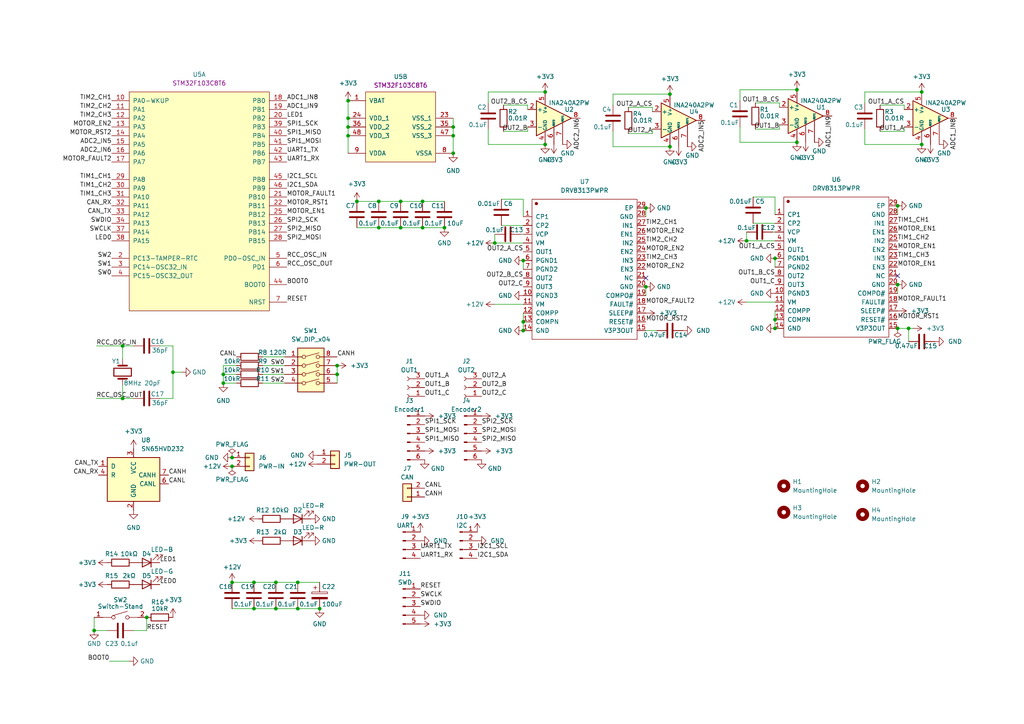
<source format=kicad_sch>
(kicad_sch (version 20230121) (generator eeschema)
  (paper "A4")
  (junction (at 100.965 34.29))
  (junction (at 97.79 108.585))
  (junction (at 260.35 59.69))
  (junction (at 116.205 66.04))
  (junction (at 260.35 95.25))
  (junction (at 100.965 39.37))
  (junction (at 86.36 168.91))
  (junction (at 73.66 168.91))
  (junction (at 86.36 176.53))
  (junction (at 73.66 176.53))
  (junction (at 151.765 93.345))
  (junction (at 194.31 27.305))
  (junction (at 216.535 69.85))
  (junction (at 194.31 42.545))
  (junction (at 187.325 60.325))
  (junction (at 128.905 66.04))
  (junction (at 260.35 82.55))
  (junction (at 116.205 58.42))
  (junction (at 35.56 100.33))
  (junction (at 67.31 135.255))
  (junction (at 42.545 179.07))
  (junction (at 50.165 107.95))
  (junction (at 267.335 26.67))
  (junction (at 109.855 66.04))
  (junction (at 97.79 106.045))
  (junction (at 224.79 74.93))
  (junction (at 224.79 95.25))
  (junction (at 109.855 58.42))
  (junction (at 231.14 26.035))
  (junction (at 64.77 108.585))
  (junction (at 158.115 41.91))
  (junction (at 67.31 132.715))
  (junction (at 131.445 39.37))
  (junction (at 80.01 176.53))
  (junction (at 103.505 58.42))
  (junction (at 187.325 83.185))
  (junction (at 64.77 111.125))
  (junction (at 267.335 41.91))
  (junction (at 100.965 36.83))
  (junction (at 80.01 168.91))
  (junction (at 151.765 75.565))
  (junction (at 122.555 58.42))
  (junction (at 131.445 44.45))
  (junction (at 151.765 95.885))
  (junction (at 224.79 92.71))
  (junction (at 131.445 36.83))
  (junction (at 100.965 29.21))
  (junction (at 35.56 115.57))
  (junction (at 122.555 66.04))
  (junction (at 143.51 70.485))
  (junction (at 92.71 176.53))
  (junction (at 231.14 41.275))
  (junction (at 27.305 182.88))
  (junction (at 263.525 95.25))
  (junction (at 67.31 168.91))
  (junction (at 158.115 26.67))
  (no_connect (at 187.325 80.645))
  (no_connect (at 260.35 80.01))
  (wire (pts (xy 177.8 42.545) (xy 177.8 38.1)))
  (wire (pts (xy 189.23 38.735) (xy 189.23 37.465)))
  (wire (pts (xy 250.825 41.91) (xy 250.825 37.465)))
  (wire (pts (xy 146.05 30.48) (xy 153.035 30.48)))
  (wire (pts (xy 187.325 60.325) (xy 187.325 62.865)))
  (wire (pts (xy 116.205 58.42) (xy 122.555 58.42)))
  (wire (pts (xy 103.505 66.04) (xy 109.855 66.04)))
  (wire (pts (xy 100.965 39.37) (xy 100.965 44.45)))
  (wire (pts (xy 50.165 115.57) (xy 46.355 115.57)))
  (wire (pts (xy 80.01 168.91) (xy 86.36 168.91)))
  (wire (pts (xy 224.79 57.15) (xy 218.44 57.15)))
  (wire (pts (xy 38.735 100.33) (xy 35.56 100.33)))
  (wire (pts (xy 153.035 38.1) (xy 153.035 36.83)))
  (wire (pts (xy 143.51 67.945) (xy 143.51 70.485)))
  (wire (pts (xy 131.445 36.83) (xy 131.445 39.37)))
  (wire (pts (xy 250.825 26.67) (xy 250.825 29.845)))
  (wire (pts (xy 73.66 176.53) (xy 80.01 176.53)))
  (wire (pts (xy 145.415 65.405) (xy 151.765 65.405)))
  (wire (pts (xy 52.705 107.95) (xy 50.165 107.95)))
  (wire (pts (xy 231.14 26.035) (xy 214.63 26.035)))
  (wire (pts (xy 177.8 27.305) (xy 177.8 30.48)))
  (wire (pts (xy 262.255 30.48) (xy 262.255 31.75)))
  (wire (pts (xy 216.535 69.85) (xy 224.79 69.85)))
  (wire (pts (xy 35.56 115.57) (xy 27.94 115.57)))
  (wire (pts (xy 76.2 103.505) (xy 82.55 103.505)))
  (wire (pts (xy 76.2 111.125) (xy 82.55 111.125)))
  (wire (pts (xy 103.505 58.42) (xy 109.855 58.42)))
  (wire (pts (xy 42.545 182.88) (xy 42.545 179.07)))
  (wire (pts (xy 224.79 62.23) (xy 224.79 57.15)))
  (wire (pts (xy 158.115 26.67) (xy 141.605 26.67)))
  (wire (pts (xy 260.35 95.25) (xy 263.525 95.25)))
  (wire (pts (xy 50.165 107.95) (xy 50.165 115.57)))
  (wire (pts (xy 35.56 115.57) (xy 38.735 115.57)))
  (wire (pts (xy 231.14 41.275) (xy 214.63 41.275)))
  (wire (pts (xy 35.56 100.33) (xy 35.56 104.14)))
  (wire (pts (xy 219.075 37.465) (xy 226.06 37.465)))
  (wire (pts (xy 80.01 176.53) (xy 86.36 176.53)))
  (wire (pts (xy 122.555 66.04) (xy 128.905 66.04)))
  (wire (pts (xy 267.335 41.91) (xy 250.825 41.91)))
  (wire (pts (xy 131.445 39.37) (xy 131.445 44.45)))
  (wire (pts (xy 64.77 111.125) (xy 68.58 111.125)))
  (wire (pts (xy 38.735 182.88) (xy 42.545 182.88)))
  (wire (pts (xy 116.205 66.04) (xy 122.555 66.04)))
  (wire (pts (xy 224.79 92.71) (xy 224.79 95.25)))
  (wire (pts (xy 226.06 37.465) (xy 226.06 36.195)))
  (wire (pts (xy 109.855 58.42) (xy 116.205 58.42)))
  (wire (pts (xy 151.13 67.945) (xy 151.765 67.945)))
  (wire (pts (xy 224.155 67.31) (xy 224.79 67.31)))
  (wire (pts (xy 141.605 26.67) (xy 141.605 29.845)))
  (wire (pts (xy 97.79 108.585) (xy 97.79 111.125)))
  (wire (pts (xy 214.63 26.035) (xy 214.63 29.21)))
  (wire (pts (xy 219.075 29.845) (xy 226.06 29.845)))
  (wire (pts (xy 189.23 31.115) (xy 189.23 32.385)))
  (wire (pts (xy 64.77 106.045) (xy 64.77 108.585)))
  (wire (pts (xy 67.31 168.91) (xy 73.66 168.91)))
  (wire (pts (xy 27.305 182.88) (xy 27.305 179.07)))
  (wire (pts (xy 224.79 90.17) (xy 224.79 92.71)))
  (wire (pts (xy 153.035 30.48) (xy 153.035 31.75)))
  (wire (pts (xy 100.965 29.21) (xy 100.965 34.29)))
  (wire (pts (xy 97.79 106.045) (xy 97.79 108.585)))
  (wire (pts (xy 218.44 64.77) (xy 224.79 64.77)))
  (wire (pts (xy 31.75 191.77) (xy 37.465 191.77)))
  (wire (pts (xy 86.36 176.53) (xy 92.71 176.53)))
  (wire (pts (xy 76.2 106.045) (xy 82.55 106.045)))
  (wire (pts (xy 151.765 90.805) (xy 151.765 93.345)))
  (wire (pts (xy 182.245 38.735) (xy 189.23 38.735)))
  (wire (pts (xy 35.56 111.76) (xy 35.56 115.57)))
  (wire (pts (xy 64.77 111.125) (xy 64.77 108.585)))
  (wire (pts (xy 31.115 182.88) (xy 27.305 182.88)))
  (wire (pts (xy 151.765 57.785) (xy 145.415 57.785)))
  (wire (pts (xy 76.2 108.585) (xy 82.55 108.585)))
  (wire (pts (xy 260.35 82.55) (xy 260.35 85.09)))
  (wire (pts (xy 146.05 38.1) (xy 153.035 38.1)))
  (wire (pts (xy 131.445 34.29) (xy 131.445 36.83)))
  (wire (pts (xy 143.51 88.265) (xy 151.765 88.265)))
  (wire (pts (xy 187.325 95.885) (xy 190.5 95.885)))
  (wire (pts (xy 67.31 176.53) (xy 73.66 176.53)))
  (wire (pts (xy 255.27 30.48) (xy 262.255 30.48)))
  (wire (pts (xy 46.355 100.33) (xy 50.165 100.33)))
  (wire (pts (xy 216.535 87.63) (xy 224.79 87.63)))
  (wire (pts (xy 100.965 34.29) (xy 100.965 36.83)))
  (wire (pts (xy 50.165 100.33) (xy 50.165 107.95)))
  (wire (pts (xy 214.63 41.275) (xy 214.63 36.83)))
  (wire (pts (xy 151.765 62.865) (xy 151.765 57.785)))
  (wire (pts (xy 143.51 70.485) (xy 151.765 70.485)))
  (wire (pts (xy 267.335 26.67) (xy 250.825 26.67)))
  (wire (pts (xy 141.605 41.91) (xy 141.605 37.465)))
  (wire (pts (xy 64.77 108.585) (xy 68.58 108.585)))
  (wire (pts (xy 194.31 42.545) (xy 177.8 42.545)))
  (wire (pts (xy 73.66 168.91) (xy 80.01 168.91)))
  (wire (pts (xy 262.255 38.1) (xy 262.255 36.83)))
  (wire (pts (xy 260.35 59.69) (xy 260.35 62.23)))
  (wire (pts (xy 151.765 75.565) (xy 151.765 78.105)))
  (wire (pts (xy 187.325 83.185) (xy 187.325 85.725)))
  (wire (pts (xy 226.06 29.845) (xy 226.06 31.115)))
  (wire (pts (xy 68.58 106.045) (xy 64.77 106.045)))
  (wire (pts (xy 255.27 38.1) (xy 262.255 38.1)))
  (wire (pts (xy 109.855 66.04) (xy 116.205 66.04)))
  (wire (pts (xy 86.36 168.91) (xy 92.71 168.91)))
  (wire (pts (xy 35.56 100.33) (xy 27.94 100.33)))
  (wire (pts (xy 194.31 27.305) (xy 177.8 27.305)))
  (wire (pts (xy 182.245 31.115) (xy 189.23 31.115)))
  (wire (pts (xy 263.525 95.25) (xy 263.525 99.06)))
  (wire (pts (xy 216.535 67.31) (xy 216.535 69.85)))
  (wire (pts (xy 158.115 41.91) (xy 141.605 41.91)))
  (wire (pts (xy 151.765 93.345) (xy 151.765 95.885)))
  (wire (pts (xy 100.965 36.83) (xy 100.965 39.37)))
  (wire (pts (xy 122.555 58.42) (xy 128.905 58.42)))
  (wire (pts (xy 263.525 95.25) (xy 264.795 95.25)))
  (wire (pts (xy 224.79 74.93) (xy 224.79 77.47)))
  (label "ADC2_IN5" (at 32.385 41.91 180))
  (label "SPI2_MISO" (at 139.7 128.27 0))
  (label "TIM2_CH2" (at 187.325 70.485 0))
  (label "RCC_OSC_IN" (at 27.94 100.33 0))
  (label "SWCLK" (at 32.385 67.31 180))
  (label "UART1_TX" (at 83.185 44.45 0))
  (label "OUT2_A_CS" (at 151.765 73.025 180))
  (label "SPI2_MOSI" (at 83.185 69.85 0))
  (label "MOTOR_FAULT1" (at 260.35 87.63 0))
  (label "OUT2_B" (at 153.035 38.1 180))
  (label "TIM1_CH1" (at 32.385 52.07 180))
  (label "UART1_TX" (at 121.92 159.385 0))
  (label "I2C1_SCL" (at 83.185 52.07 0))
  (label "CANH" (at 123.19 144.145 0))
  (label "MOTOR_RST1" (at 260.35 92.71 0))
  (label "LED1" (at 46.355 163.195 0))
  (label "ADC1_IN8" (at 83.185 29.21 0))
  (label "MOTOR_EN2" (at 187.325 78.105 0))
  (label "OUT1_B_CS" (at 224.79 80.01 180))
  (label "RESET" (at 121.92 170.815 0))
  (label "OUT2_C" (at 151.765 83.185 180))
  (label "MOTOR_FAULT1" (at 83.185 57.15 0))
  (label "RESET" (at 42.545 182.88 0))
  (label "BOOT0" (at 83.185 82.55 0))
  (label "SPI2_MOSI" (at 139.7 125.73 0))
  (label "CANH" (at 48.895 137.795 0))
  (label "OUT1_B" (at 123.19 112.395 0))
  (label "OUT2_C" (at 139.7 114.935 0))
  (label "CANL" (at 48.895 140.335 0))
  (label "SPI2_MISO" (at 83.185 67.31 0))
  (label "TIM2_CH1" (at 32.385 29.21 180))
  (label "ADC2_IN5" (at 204.47 34.925 270))
  (label "SPI2_SCK" (at 83.185 64.77 0))
  (label "MOTOR_EN2" (at 187.325 73.025 0))
  (label "MOTOR_FAULT2" (at 32.385 46.99 180))
  (label "CAN_RX" (at 28.575 137.795 180))
  (label "OUT2_A" (at 189.23 38.735 180))
  (label "RCC_OSC_OUT" (at 83.185 77.47 0))
  (label "SW1" (at 32.385 77.47 180))
  (label "OUT2_A_CS" (at 189.23 31.115 180))
  (label "ADC2_IN6" (at 168.275 34.29 270))
  (label "OUT1_B_CS" (at 226.06 29.845 180))
  (label "TIM2_CH2" (at 32.385 31.75 180))
  (label "TIM1_CH1" (at 260.35 64.77 0))
  (label "MOTOR_EN2" (at 187.325 67.945 0))
  (label "SWCLK" (at 121.92 173.355 0))
  (label "MOTOR_EN1" (at 260.35 67.31 0))
  (label "OUT2_B_CS" (at 153.035 30.48 180))
  (label "OUT2_B_CS" (at 151.765 80.645 180))
  (label "MOTOR_EN1" (at 83.185 62.23 0))
  (label "MOTOR_FAULT2" (at 187.325 88.265 0))
  (label "TIM1_CH3" (at 260.35 74.93 0))
  (label "SW0" (at 32.385 80.01 180))
  (label "SPI1_MISO" (at 123.19 128.27 0))
  (label "MOTOR_RST2" (at 32.385 39.37 180))
  (label "TIM2_CH3" (at 32.385 34.29 180))
  (label "MOTOR_EN1" (at 260.35 72.39 0))
  (label "CAN_TX" (at 28.575 135.255 180))
  (label "TIM1_CH2" (at 32.385 54.61 180))
  (label "RESET" (at 83.185 87.63 0))
  (label "TIM2_CH1" (at 187.325 65.405 0))
  (label "SPI1_MOSI" (at 83.185 41.91 0))
  (label "SW1" (at 82.55 108.585 180))
  (label "SPI1_MISO" (at 83.185 39.37 0))
  (label "OUT1_A_CS" (at 262.255 30.48 180))
  (label "OUT1_A_CS" (at 224.79 72.39 180))
  (label "SW0" (at 82.55 106.045 180))
  (label "I2C1_SDA" (at 138.43 161.925 0))
  (label "BOOT0" (at 31.75 191.77 180))
  (label "CAN_RX" (at 32.385 59.69 180))
  (label "SW2" (at 82.55 111.125 180))
  (label "OUT2_B" (at 139.7 112.395 0))
  (label "CANH" (at 97.79 103.505 0))
  (label "SPI1_SCK" (at 123.19 123.19 0))
  (label "UART1_RX" (at 121.92 161.925 0))
  (label "SW2" (at 32.385 74.93 180))
  (label "ADC1_IN9" (at 83.185 31.75 0))
  (label "MOTOR_RST2" (at 187.325 93.345 0))
  (label "ADC1_IN9" (at 241.3 33.655 270))
  (label "ADC1_IN8" (at 277.495 34.29 270))
  (label "OUT1_C" (at 123.19 114.935 0))
  (label "SWDIO" (at 121.92 175.895 0))
  (label "LED1" (at 83.185 34.29 0))
  (label "TIM1_CH3" (at 32.385 57.15 180))
  (label "TIM1_CH2" (at 260.35 69.85 0))
  (label "OUT1_B" (at 226.06 37.465 180))
  (label "RCC_OSC_OUT" (at 27.94 115.57 0))
  (label "SPI1_SCK" (at 83.185 36.83 0))
  (label "I2C1_SDA" (at 83.185 54.61 0))
  (label "SPI1_MOSI" (at 123.19 125.73 0))
  (label "OUT2_A" (at 139.7 109.855 0))
  (label "CANL" (at 123.19 141.605 0))
  (label "RCC_OSC_IN" (at 83.185 74.93 0))
  (label "OUT1_C" (at 224.79 82.55 180))
  (label "MOTOR_EN2" (at 32.385 36.83 180))
  (label "CAN_TX" (at 32.385 62.23 180))
  (label "MOTOR_RST1" (at 83.185 59.69 0))
  (label "I2C1_SCL" (at 138.43 159.385 0))
  (label "LED0" (at 46.355 169.545 0))
  (label "OUT1_A" (at 123.19 109.855 0))
  (label "UART1_RX" (at 83.185 46.99 0))
  (label "SPI2_SCK" (at 139.7 123.19 0))
  (label "OUT1_A" (at 262.255 38.1 180))
  (label "LED0" (at 32.385 69.85 180))
  (label "MOTOR_EN1" (at 260.35 77.47 0))
  (label "ADC2_IN6" (at 32.385 44.45 180))
  (label "CANL" (at 68.58 103.505 180))
  (label "TIM2_CH3" (at 187.325 75.565 0))
  (label "SWDIO" (at 32.385 64.77 180))
  (symbol (lib_id "power:GND") (at 187.325 83.185 90) (unit 1)
    (property "Reference" "#PWR029" (effects hide))
    (property "Value" "GND" (at 190.5 83.185 90) (effects (justify right)))
  )
  (symbol (lib_id "Mechanical:MountingHole") (at 250.19 140.97 0) (unit 1)
    (property "Reference" "H2" (at 252.73 139.7 0) (effects (justify left)))
    (property "Value" "MountingHole" (at 252.73 142.24 0) (effects (justify left)))
    (property "Footprint" "MountingHole:MountingHole_3mm" (effects hide))
  )
  (symbol (lib_id "power:GND") (at 92.71 176.53 0) (unit 1)
    (property "Reference" "#PWR067" (effects hide))
    (property "Value" "GND" (at 92.71 180.975 0))
  )
  (symbol (lib_id "power:+3V3") (at 31.115 169.545 90) (unit 1)
    (property "Reference" "#PWR066" (effects hide))
    (property "Value" "+3V3" (at 27.94 169.545 90) (effects (justify left)))
  )
  (symbol (lib_id "Connector_Generic:Conn_01x02") (at 118.11 144.145 180) (unit 1)
    (property "Reference" "J7" (at 118.11 135.89 0))
    (property "Value" "CAN" (at 118.11 138.43 0))
    (property "Footprint" "Connector_JST:JST_GH_BM02B-GHS-TBT_1x02-1MP_P1.25mm_Vertical" (effects hide))
  )
  (symbol (lib_id "power:GND") (at 121.92 156.845 90) (unit 1)
    (property "Reference" "#PWR062" (effects hide))
    (property "Value" "GND" (at 125.73 156.845 90) (effects (justify right)))
  )
  (symbol (lib_id "power:+3V3") (at 138.43 154.305 0) (unit 1)
    (property "Reference" "#PWR059" (effects hide))
    (property "Value" "+3V3" (at 138.43 149.86 0))
  )
  (symbol (lib_id "power:GND") (at 224.79 85.09 270) (unit 1)
    (property "Reference" "#PWR030" (effects hide))
    (property "Value" "GND" (at 221.615 85.09 90) (effects (justify right)))
  )
  (symbol (lib_id "power:GND") (at 151.765 75.565 270) (unit 1)
    (property "Reference" "#PWR026" (effects hide))
    (property "Value" "GND" (at 148.59 75.565 90) (effects (justify right)))
  )
  (symbol (lib_id "Device:C") (at 218.44 60.96 0) (unit 1)
    (property "Reference" "C5" (at 219.075 58.42 0) (effects (justify left)))
    (property "Value" "0.01uF" (at 211.455 58.42 0) (effects (justify left)))
    (property "Footprint" "Capacitor_SMD:C_0603_1608Metric" (effects hide))
  )
  (symbol (lib_id "power:+3V3") (at 187.325 90.805 270) (unit 1)
    (property "Reference" "#PWR035" (effects hide))
    (property "Value" "+3V3" (at 191.135 90.805 90) (effects (justify left)))
  )
  (symbol (lib_id "power:+3V3") (at 264.795 95.25 270) (unit 1)
    (property "Reference" "#PWR037" (effects hide))
    (property "Value" "+3V3" (at 268.605 95.25 90) (effects (justify left)))
  )
  (symbol (lib_id "Amplifier_Current:INA240A2PW") (at 233.68 33.655 0) (unit 1)
    (property "Reference" "U1" (at 238.125 31.115 0))
    (property "Value" "INA240A2PW" (at 238.125 29.21 0))
    (property "Footprint" "Package_SO:TSSOP-8_4.4x3mm_P0.65mm" (effects hide))
    (property "Datasheet" "http://www.ti.com/lit/ds/symlink/ina240.pdf" (effects hide))
  )
  (symbol (lib_id "Connector:Conn_01x06_Pin") (at 134.62 125.73 0) (unit 1)
    (property "Reference" "J4" (at 135.255 116.205 0))
    (property "Value" "Encoder2" (at 135.255 118.745 0))
    (property "Footprint" "Connector_JST:JST_GH_BM06B-GHS-TBT_1x06-1MP_P1.25mm_Vertical" (effects hide))
  )
  (symbol (lib_id "Device:R") (at 78.74 150.495 90) (unit 1)
    (property "Reference" "R12" (at 76.2 147.955 90))
    (property "Value" "10kΩ" (at 81.28 147.955 90))
    (property "Footprint" "Resistor_SMD:R_0603_1608Metric" (effects hide))
  )
  (symbol (lib_id "power:+12V") (at 143.51 70.485 90) (unit 1)
    (property "Reference" "#PWR024" (effects hide))
    (property "Value" "+12V" (at 140.335 70.485 90) (effects (justify left)))
  )
  (symbol (lib_id "power:+3V3") (at 260.35 90.17 270) (unit 1)
    (property "Reference" "#PWR034" (effects hide))
    (property "Value" "+3V3" (at 264.16 90.17 90) (effects (justify left)))
  )
  (symbol (lib_id "Mechanical:MountingHole") (at 250.19 149.225 0) (unit 1)
    (property "Reference" "H4" (at 252.73 147.955 0) (effects (justify left)))
    (property "Value" "MountingHole" (at 252.73 150.495 0) (effects (justify left)))
    (property "Footprint" "MountingHole:MountingHole_3mm" (effects hide))
  )
  (symbol (lib_id "Device:C") (at 73.66 172.72 180) (unit 1)
    (property "Reference" "C19" (at 71.755 170.18 0))
    (property "Value" "0.1uF" (at 76.835 175.26 0))
    (property "Footprint" "Capacitor_SMD:C_0603_1608Metric" (effects hide))
  )
  (symbol (lib_id "Connector_Generic:Conn_01x02") (at 97.155 132.08 0) (unit 1)
    (property "Reference" "J5" (at 99.695 132.08 0) (effects (justify left)))
    (property "Value" "PWR-OUT" (at 99.695 134.62 0) (effects (justify left)))
    (property "Footprint" "Connector_AMASS:AMASS_XT30UPB-F_1x02_P5.0mm_Vertical" (effects hide))
  )
  (symbol (lib_id "Connector:Conn_01x03_Socket") (at 118.11 112.395 180) (unit 1)
    (property "Reference" "J1" (at 118.745 104.775 0))
    (property "Value" "OUT1" (at 118.745 107.315 0))
    (property "Footprint" "Connector_AMASS:AMASS_MR30PW-FB_1x03_P3.50mm_Horizontal" (effects hide))
  )
  (symbol (lib_id "Device:C") (at 86.36 172.72 180) (unit 1)
    (property "Reference" "C21" (at 84.455 170.18 0))
    (property "Value" "0.1uF" (at 89.535 175.26 0))
    (property "Footprint" "Capacitor_SMD:C_0603_1608Metric" (effects hide))
  )
  (symbol (lib_id "power:+3V3") (at 194.31 27.305 0) (unit 1)
    (property "Reference" "#PWR04" (effects hide))
    (property "Value" "+3V3" (at 194.31 22.86 0))
  )
  (symbol (lib_id "Device:C") (at 80.01 172.72 180) (unit 1)
    (property "Reference" "C20" (at 78.105 170.18 0))
    (property "Value" "0.1uF" (at 83.185 175.26 0))
    (property "Footprint" "Capacitor_SMD:C_0603_1608Metric" (effects hide))
  )
  (symbol (lib_id "Device:C") (at 147.32 67.945 90) (unit 1)
    (property "Reference" "C13" (at 149.86 66.675 90))
    (property "Value" "0.1uF" (at 143.51 66.675 90))
    (property "Footprint" "Capacitor_SMD:C_0603_1608Metric" (effects hide))
  )
  (symbol (lib_id "power:PWR_FLAG") (at 67.31 135.255 180) (unit 1)
    (property "Reference" "#FLG03" (effects hide))
    (property "Value" "PWR_FLAG" (at 67.31 139.065 0))
  )
  (symbol (lib_id "Device:LED") (at 86.36 156.845 180) (unit 1)
    (property "Reference" "D3" (at 86.36 154.305 0))
    (property "Value" "LED-R" (at 90.805 153.035 0))
    (property "Footprint" "LED_SMD:LED_0603_1608Metric" (effects hide))
  )
  (symbol (lib_id "power:+3V3") (at 121.92 154.305 0) (unit 1)
    (property "Reference" "#PWR058" (effects hide))
    (property "Value" "+3V3" (at 121.92 149.86 0))
  )
  (symbol (lib_id "power:GND") (at 236.22 41.275 90) (unit 1)
    (property "Reference" "#PWR08" (effects hide))
    (property "Value" "GND" (at 235.585 43.815 90) (effects (justify right)))
  )
  (symbol (lib_id "power:GND") (at 198.12 95.885 90) (unit 1)
    (property "Reference" "#PWR039" (effects hide))
    (property "Value" "GND" (at 201.93 95.885 90) (effects (justify right)))
  )
  (symbol (lib_id "Device:C") (at 267.335 99.06 90) (unit 1)
    (property "Reference" "C15" (at 269.875 100.33 90))
    (property "Value" "0.47uF" (at 262.89 100.33 90))
    (property "Footprint" "Capacitor_SMD:C_0603_1608Metric" (effects hide))
  )
  (symbol (lib_id "power:+3V3") (at 100.965 29.21 0) (unit 1)
    (property "Reference" "#PWR05" (effects hide))
    (property "Value" "+3V3" (at 100.965 24.13 0))
  )
  (symbol (lib_id "Device:R") (at 255.27 34.29 0) (unit 1)
    (property "Reference" "R3" (at 256.54 32.385 0) (effects (justify left)))
    (property "Value" "0.01R" (at 256.54 34.29 0) (effects (justify left)))
    (property "Footprint" "Resistor_SMD:R_1206_3216Metric" (effects hide))
  )
  (symbol (lib_id "Device:C") (at 250.825 33.655 0) (unit 1)
    (property "Reference" "C3" (at 247.65 31.115 0) (effects (justify left)))
    (property "Value" "0.1uF" (at 245.11 36.195 0) (effects (justify left)))
    (property "Footprint" "Capacitor_SMD:C_0603_1608Metric" (effects hide))
  )
  (symbol (lib_id "Device:C") (at 122.555 62.23 180) (unit 1)
    (property "Reference" "C10" (at 120.65 59.69 0))
    (property "Value" "0.1uF" (at 125.73 64.77 0))
    (property "Footprint" "Capacitor_SMD:C_0603_1608Metric" (effects hide))
  )
  (symbol (lib_id "power:GND") (at 90.17 150.495 90) (unit 1)
    (property "Reference" "#PWR057" (effects hide))
    (property "Value" "GND" (at 93.345 150.495 90) (effects (justify right)))
  )
  (symbol (lib_id "power:PWR_FLAG") (at 67.31 132.715 0) (unit 1)
    (property "Reference" "#FLG02" (effects hide))
    (property "Value" "PWR_FLAG" (at 67.31 128.905 0))
  )
  (symbol (lib_id "power:GND") (at 131.445 44.45 0) (unit 1)
    (property "Reference" "#PWR018" (effects hide))
    (property "Value" "GND" (at 131.445 49.53 0))
  )
  (symbol (lib_id "Connector:Conn_01x06_Pin") (at 118.11 125.73 0) (unit 1)
    (property "Reference" "J3" (at 118.745 116.205 0))
    (property "Value" "Encoder1" (at 118.745 118.745 0))
    (property "Footprint" "Connector_JST:JST_GH_BM06B-GHS-TBT_1x06-1MP_P1.25mm_Vertical" (effects hide))
  )
  (symbol (lib_id "Device:C") (at 194.31 95.885 90) (unit 1)
    (property "Reference" "C14" (at 197.485 97.155 90))
    (property "Value" "0.47uF" (at 189.865 97.155 90))
    (property "Footprint" "Capacitor_SMD:C_0603_1608Metric" (effects hide))
  )
  (symbol (lib_id "lc_MCU:STM32F103C8T6") (at 116.205 36.83 0) (unit 2)
    (property "Reference" "U5" (at 116.205 22.225 0))
    (property "Value" "STM32F103C8T6" (effects hide))
    (property "Footprint" "lc_lib:LQFP-48_7X7X05P" (effects hide))
    (property "Datasheet" "http://www.szlcsc.com/product/details_9243.html" (effects hide))
    (property "description" "ARM" (effects hide))
    (property "ComponentLink1Description" "供应商链接" (effects hide))
    (property "Package" "LQFP-48_7x7x05P" (effects hide))
    (property "Supplier" "LC" (effects hide))
    (property "SuppliersPartNumber" "C8734" (effects hide))
    (property "Comment" "STM32F103C8T6" (at 116.205 24.765 0))
  )
  (symbol (lib_id "Device:C") (at 128.905 62.23 180) (unit 1)
    (property "Reference" "C11" (at 127 59.69 0))
    (property "Value" "10uF" (at 132.08 64.77 0))
    (property "Footprint" "Capacitor_SMD:C_0603_1608Metric" (effects hide))
  )
  (symbol (lib_id "Connector:Conn_01x04_Pin") (at 116.84 156.845 0) (unit 1)
    (property "Reference" "J9" (at 117.475 149.86 0))
    (property "Value" "UART" (at 117.475 152.4 0))
    (property "Footprint" "Connector_JST:JST_GH_BM04B-GHS-TBT_1x04-1MP_P1.25mm_Vertical" (effects hide))
  )
  (symbol (lib_id "Amplifier_Current:INA240A2PW") (at 160.655 34.29 0) (unit 1)
    (property "Reference" "U2" (at 165.1 31.75 0))
    (property "Value" "INA240A2PW" (at 165.1 29.845 0))
    (property "Footprint" "Package_SO:TSSOP-8_4.4x3mm_P0.65mm" (effects hide))
    (property "Datasheet" "http://www.ti.com/lit/ds/symlink/ina240.pdf" (effects hide))
  )
  (symbol (lib_id "power:+3V3") (at 269.875 41.91 180) (unit 1)
    (property "Reference" "#PWR013" (effects hide))
    (property "Value" "+3V3" (at 269.875 46.355 0))
  )
  (symbol (lib_id "Mechanical:MountingHole") (at 227.33 148.59 0) (unit 1)
    (property "Reference" "H3" (at 229.87 147.32 0) (effects (justify left)))
    (property "Value" "MountingHole" (at 229.87 149.86 0) (effects (justify left)))
    (property "Footprint" "MountingHole:MountingHole_3mm" (effects hide))
  )
  (symbol (lib_id "Device:R") (at 182.245 34.925 0) (unit 1)
    (property "Reference" "R4" (at 183.515 33.02 0) (effects (justify left)))
    (property "Value" "0.01R" (at 183.515 34.925 0) (effects (justify left)))
    (property "Footprint" "Resistor_SMD:R_1206_3216Metric" (effects hide))
  )
  (symbol (lib_id "Device:R") (at 72.39 111.125 90) (unit 1)
    (property "Reference" "R11" (at 76.2 109.855 90))
    (property "Value" "10kR" (at 67.31 109.855 90))
    (property "Footprint" "Resistor_SMD:R_0603_1608Metric" (effects hide))
  )
  (symbol (lib_id "power:+3V3") (at 97.79 106.045 270) (unit 1)
    (property "Reference" "#PWR041" (effects hide))
    (property "Value" "+3V3" (at 101.6 106.045 90) (effects (justify left)))
  )
  (symbol (lib_id "power:GND") (at 267.335 41.91 0) (unit 1)
    (property "Reference" "#PWR012" (effects hide))
    (property "Value" "GND" (at 267.335 46.355 0))
  )
  (symbol (lib_id "power:GND") (at 38.735 147.955 0) (unit 1)
    (property "Reference" "#PWR055" (effects hide))
    (property "Value" "GND" (at 38.735 153.035 0))
  )
  (symbol (lib_id "Connector_Generic:Conn_01x02") (at 72.39 132.715 0) (unit 1)
    (property "Reference" "J6" (at 74.93 132.715 0) (effects (justify left)))
    (property "Value" "PWR-IN" (at 74.93 135.255 0) (effects (justify left)))
    (property "Footprint" "Connector_AMASS:AMASS_XT30UPB-M_1x02_P5.0mm_Vertical" (effects hide))
  )
  (symbol (lib_id "power:GND") (at 163.195 41.91 90) (unit 1)
    (property "Reference" "#PWR011" (effects hide))
    (property "Value" "GND" (at 162.56 44.45 90) (effects (justify right)))
  )
  (symbol (lib_id "Amplifier_Current:INA240A2PW") (at 269.875 34.29 0) (unit 1)
    (property "Reference" "U3" (at 274.32 31.75 0))
    (property "Value" "INA240A2PW" (at 274.32 29.845 0))
    (property "Footprint" "Package_SO:TSSOP-8_4.4x3mm_P0.65mm" (effects hide))
    (property "Datasheet" "http://www.ti.com/lit/ds/symlink/ina240.pdf" (effects hide))
  )
  (symbol (lib_id "power:GND") (at 260.35 59.69 90) (unit 1)
    (property "Reference" "#PWR020" (effects hide))
    (property "Value" "GND" (at 263.525 59.69 90) (effects (justify right)))
  )
  (symbol (lib_id "lc_MCU:STM32F103C8T6") (at 55.245 59.69 0) (unit 1)
    (property "Reference" "U5" (at 57.785 21.59 0))
    (property "Value" "STM32F103C8T6" (effects hide))
    (property "Footprint" "lc_lib:LQFP-48_7X7X05P" (effects hide))
    (property "Datasheet" "http://www.szlcsc.com/product/details_9243.html" (effects hide))
    (property "description" "ARM" (effects hide))
    (property "ComponentLink1Description" "供应商链接" (effects hide))
    (property "Package" "LQFP-48_7x7x05P" (effects hide))
    (property "Supplier" "LC" (effects hide))
    (property "SuppliersPartNumber" "C8734" (effects hide))
    (property "Comment" "STM32F103C8T6" (at 57.785 24.13 0))
  )
  (symbol (lib_id "Device:C") (at 109.855 62.23 180) (unit 1)
    (property "Reference" "C8" (at 107.95 59.69 0))
    (property "Value" "0.1uF" (at 113.03 64.77 0))
    (property "Footprint" "Capacitor_SMD:C_0603_1608Metric" (effects hide))
  )
  (symbol (lib_id "Device:R") (at 34.925 163.195 90) (unit 1)
    (property "Reference" "R14" (at 32.385 160.655 90))
    (property "Value" "10kΩ" (at 37.465 160.655 90))
    (property "Footprint" "Resistor_SMD:R_0603_1608Metric" (effects hide))
  )
  (symbol (lib_id "Mechanical:MountingHole") (at 227.33 140.97 0) (unit 1)
    (property "Reference" "H1" (at 229.87 139.7 0) (effects (justify left)))
    (property "Value" "MountingHole" (at 229.87 142.24 0) (effects (justify left)))
    (property "Footprint" "MountingHole:MountingHole_3mm" (effects hide))
  )
  (symbol (lib_id "power:+3V3") (at 158.115 26.67 0) (unit 1)
    (property "Reference" "#PWR02" (effects hide))
    (property "Value" "+3V3" (at 158.115 22.225 0))
  )
  (symbol (lib_id "Connector:Conn_01x04_Pin") (at 133.35 156.845 0) (unit 1)
    (property "Reference" "J10" (at 133.985 149.86 0))
    (property "Value" "I2C" (at 133.985 152.4 0))
    (property "Footprint" "Connector_JST:JST_GH_BM04B-GHS-TBT_1x04-1MP_P1.25mm_Vertical" (effects hide))
  )
  (symbol (lib_id "Device:LED") (at 42.545 169.545 180) (unit 1)
    (property "Reference" "D5" (at 42.545 167.005 0))
    (property "Value" "LED-G" (at 46.99 165.735 0))
    (property "Footprint" "LED_SMD:LED_0603_1608Metric" (effects hide))
  )
  (symbol (lib_id "Device:R") (at 78.74 156.845 90) (unit 1)
    (property "Reference" "R13" (at 76.2 154.305 90))
    (property "Value" "2kΩ" (at 81.28 154.305 90))
    (property "Footprint" "Resistor_SMD:R_0603_1608Metric" (effects hide))
  )
  (symbol (lib_id "power:GND") (at 90.17 156.845 90) (unit 1)
    (property "Reference" "#PWR061" (effects hide))
    (property "Value" "GND" (at 93.345 156.845 90) (effects (justify right)))
  )
  (symbol (lib_id "power:GND") (at 272.415 41.91 90) (unit 1)
    (property "Reference" "#PWR014" (effects hide))
    (property "Value" "GND" (at 271.78 44.45 90) (effects (justify right)))
  )
  (symbol (lib_id "power:+3V3") (at 31.115 163.195 90) (unit 1)
    (property "Reference" "#PWR064" (effects hide))
    (property "Value" "+3V3" (at 27.94 163.195 90) (effects (justify left)))
  )
  (symbol (lib_id "power:GND") (at 138.43 156.845 90) (unit 1)
    (property "Reference" "#PWR063" (effects hide))
    (property "Value" "GND" (at 142.24 156.845 90) (effects (justify right)))
  )
  (symbol (lib_id "power:GND") (at 27.305 182.88 0) (unit 1)
    (property "Reference" "#PWR071" (effects hide))
    (property "Value" "GND" (at 27.305 186.69 0))
  )
  (symbol (lib_id "power:+3V3") (at 267.335 26.67 0) (unit 1)
    (property "Reference" "#PWR03" (effects hide))
    (property "Value" "+3V3" (at 267.335 22.225 0))
  )
  (symbol (lib_id "power:GND") (at 158.115 41.91 0) (unit 1)
    (property "Reference" "#PWR09" (effects hide))
    (property "Value" "GND" (at 158.115 46.355 0))
  )
  (symbol (lib_id "Device:LED") (at 86.36 150.495 180) (unit 1)
    (property "Reference" "D2" (at 86.36 147.955 0))
    (property "Value" "LED-R" (at 90.805 146.685 0))
    (property "Footprint" "LED_SMD:LED_0603_1608Metric" (effects hide))
  )
  (symbol (lib_id "Device:LED") (at 42.545 163.195 180) (unit 1)
    (property "Reference" "D4" (at 42.545 160.655 0))
    (property "Value" "LED-B" (at 46.99 159.385 0))
    (property "Footprint" "LED_SMD:LED_0603_1608Metric" (effects hide))
  )
  (symbol (lib_id "power:GND") (at 151.765 95.885 270) (unit 1)
    (property "Reference" "#PWR038" (effects hide))
    (property "Value" "GND" (at 148.59 95.885 90) (effects (justify right)))
  )
  (symbol (lib_id "Device:R") (at 72.39 108.585 90) (unit 1)
    (property "Reference" "R10" (at 76.2 107.315 90))
    (property "Value" "10kR" (at 67.31 107.315 90))
    (property "Footprint" "Resistor_SMD:R_0603_1608Metric" (effects hide))
  )
  (symbol (lib_id "power:GND") (at 67.31 132.715 270) (unit 1)
    (property "Reference" "#PWR050" (effects hide))
    (property "Value" "GND" (at 63.5 132.715 90) (effects (justify right)))
  )
  (symbol (lib_id "power:+3V3") (at 196.85 42.545 180) (unit 1)
    (property "Reference" "#PWR016" (effects hide))
    (property "Value" "+3V3" (at 196.85 46.99 0))
  )
  (symbol (lib_id "power:+3V3") (at 231.14 26.035 0) (unit 1)
    (property "Reference" "#PWR01" (effects hide))
    (property "Value" "+3V3" (at 231.14 21.59 0))
  )
  (symbol (lib_id "power:+3V3") (at 74.93 156.845 90) (unit 1)
    (property "Reference" "#PWR060" (effects hide))
    (property "Value" "+3V3" (at 71.755 156.845 90) (effects (justify left)))
  )
  (symbol (lib_id "power:GND") (at 52.705 107.95 90) (unit 1)
    (property "Reference" "#PWR042" (effects hide))
    (property "Value" "GND" (at 57.785 107.95 90))
  )
  (symbol (lib_id "kicad_lceda:DRV8313PWPR") (at 169.545 78.105 0) (unit 1)
    (property "Reference" "U7" (at 169.545 52.705 0))
    (property "Value" "DRV8313PWPR" (at 169.545 55.245 0))
    (property "Footprint" "kicad_lceda:HTSSOP-28_L9.8-W4.5-P0.65-LS6.6-BL-EP" (effects hide))
    (property "SuppliersPartNumber" "C92482" (effects hide))
    (property "uuid" "std:3ed0da1c2bed4a78869cf1e29555b3a4" (effects hide))
    (property "url" "http://www.szlcsc.com/product/details_93675.html" (effects hide))
  )
  (symbol (lib_id "power:GND") (at 231.14 41.275 0) (unit 1)
    (property "Reference" "#PWR06" (effects hide))
    (property "Value" "GND" (at 231.14 45.72 0))
  )
  (symbol (lib_id "Device:C") (at 116.205 62.23 180) (unit 1)
    (property "Reference" "C9" (at 114.3 59.69 0))
    (property "Value" "0.1uF" (at 119.38 64.77 0))
    (property "Footprint" "Capacitor_SMD:C_0603_1608Metric" (effects hide))
  )
  (symbol (lib_id "power:GND") (at 64.77 111.125 0) (unit 1)
    (property "Reference" "#PWR043" (effects hide))
    (property "Value" "GND" (at 64.77 116.205 0))
  )
  (symbol (lib_id "power:+3V3") (at 121.92 180.975 270) (unit 1)
    (property "Reference" "#PWR070" (effects hide))
    (property "Value" "+3V3" (at 125.73 180.975 90) (effects (justify left)))
  )
  (symbol (lib_id "power:GND") (at 199.39 42.545 90) (unit 1)
    (property "Reference" "#PWR017" (effects hide))
    (property "Value" "GND" (at 198.755 45.085 90) (effects (justify right)))
  )
  (symbol (lib_id "power:GND") (at 92.075 132.08 270) (unit 1)
    (property "Reference" "#PWR049" (effects hide))
    (property "Value" "GND" (at 88.265 132.08 90) (effects (justify right)))
  )
  (symbol (lib_id "power:GND") (at 139.7 133.35 0) (unit 1)
    (property "Reference" "#PWR052" (effects hide))
    (property "Value" "GND" (at 143.51 135.89 0))
  )
  (symbol (lib_id "power:GND") (at 271.145 99.06 90) (unit 1)
    (property "Reference" "#PWR040" (effects hide))
    (property "Value" "GND" (at 274.955 99.06 90) (effects (justify right)))
  )
  (symbol (lib_id "Device:C") (at 145.415 61.595 0) (unit 1)
    (property "Reference" "C6" (at 146.05 59.055 0) (effects (justify left)))
    (property "Value" "0.01uF" (at 138.43 59.055 0) (effects (justify left)))
    (property "Footprint" "Capacitor_SMD:C_0603_1608Metric" (effects hide))
  )
  (symbol (lib_id "power:GND") (at 224.79 95.25 270) (unit 1)
    (property "Reference" "#PWR036" (effects hide))
    (property "Value" "GND" (at 221.615 95.25 90) (effects (justify right)))
  )
  (symbol (lib_id "power:+12V") (at 216.535 69.85 90) (unit 1)
    (property "Reference" "#PWR023" (effects hide))
    (property "Value" "+12V" (at 213.36 69.85 90) (effects (justify left)))
  )
  (symbol (lib_id "power:GND") (at 224.79 74.93 270) (unit 1)
    (property "Reference" "#PWR025" (effects hide))
    (property "Value" "GND" (at 221.615 74.93 90) (effects (justify right)))
  )
  (symbol (lib_id "power:+12V") (at 67.31 168.91 0) (unit 1)
    (property "Reference" "#PWR065" (effects hide))
    (property "Value" "+12V" (at 67.31 164.465 0))
  )
  (symbol (lib_id "power:GND") (at 194.31 42.545 0) (unit 1)
    (property "Reference" "#PWR015" (effects hide))
    (property "Value" "GND" (at 194.31 46.99 0))
  )
  (symbol (lib_id "Device:C") (at 42.545 100.33 270) (unit 1)
    (property "Reference" "C16" (at 47.625 99.06 90) (effects (justify right)))
    (property "Value" "36pF" (at 48.895 101.6 90) (effects (justify right)))
    (property "Footprint" "Capacitor_SMD:C_0603_1608Metric" (effects hide))
  )
  (symbol (lib_id "power:+3V3") (at 160.655 41.91 180) (unit 1)
    (property "Reference" "#PWR010" (effects hide))
    (property "Value" "+3V3" (at 160.655 46.355 0))
  )
  (symbol (lib_id "power:+12V") (at 216.535 87.63 90) (unit 1)
    (property "Reference" "#PWR032" (effects hide))
    (property "Value" "+12V" (at 213.36 87.63 90) (effects (justify left)))
  )
  (symbol (lib_id "power:GND") (at 260.35 82.55 90) (unit 1)
    (property "Reference" "#PWR028" (effects hide))
    (property "Value" "GND" (at 263.525 82.55 90) (effects (justify right)))
  )
  (symbol (lib_id "power:+12V") (at 74.93 150.495 90) (unit 1)
    (property "Reference" "#PWR056" (effects hide))
    (property "Value" "+12V" (at 71.12 150.495 90) (effects (justify left)))
  )
  (symbol (lib_id "power:GND") (at 37.465 191.77 90) (unit 1)
    (property "Reference" "#PWR072" (effects hide))
    (property "Value" "GND" (at 40.64 191.77 90) (effects (justify right)))
  )
  (symbol (lib_id "Device:C") (at 34.925 182.88 90) (unit 1)
    (property "Reference" "C23" (at 32.385 186.69 90))
    (property "Value" "0.1uf" (at 37.465 186.69 90))
    (property "Footprint" "Capacitor_SMD:C_0603_1608Metric" (effects hide))
  )
  (symbol (lib_id "Connector:Conn_01x05_Pin") (at 116.84 175.895 0) (unit 1)
    (property "Reference" "J11" (at 117.475 166.37 0))
    (property "Value" "SWD" (at 117.475 168.91 0))
    (property "Footprint" "Connector_JST:JST_PH_S5B-PH-SM4-TB_1x05-1MP_P2.00mm_Horizontal" (effects hide))
  )
  (symbol (lib_id "power:+3V3") (at 139.7 120.65 270) (unit 1)
    (property "Reference" "#PWR045" (effects hide))
    (property "Value" "+3V3" (at 143.51 120.65 90) (effects (justify left)))
  )
  (symbol (lib_id "power:+3V3") (at 50.165 179.07 0) (unit 1)
    (property "Reference" "#PWR069" (effects hide))
    (property "Value" "+3V3" (at 50.165 173.99 0))
  )
  (symbol (lib_id "Device:C") (at 220.345 67.31 90) (unit 1)
    (property "Reference" "C12" (at 222.885 66.04 90))
    (property "Value" "0.1uF" (at 216.535 66.04 90))
    (property "Footprint" "Capacitor_SMD:C_0603_1608Metric" (effects hide))
  )
  (symbol (lib_id "Device:C") (at 141.605 33.655 0) (unit 1)
    (property "Reference" "C2" (at 138.43 31.115 0) (effects (justify left)))
    (property "Value" "0.1uF" (at 135.89 36.195 0) (effects (justify left)))
    (property "Footprint" "Capacitor_SMD:C_0603_1608Metric" (effects hide))
  )
  (symbol (lib_id "power:GND") (at 123.19 133.35 0) (unit 1)
    (property "Reference" "#PWR051" (effects hide))
    (property "Value" "GND" (at 127 135.89 0))
  )
  (symbol (lib_id "Device:R") (at 146.05 34.29 0) (unit 1)
    (property "Reference" "R2" (at 147.32 32.385 0) (effects (justify left)))
    (property "Value" "0.01R" (at 147.32 34.29 0) (effects (justify left)))
    (property "Footprint" "Resistor_SMD:R_1206_3216Metric" (effects hide))
  )
  (symbol (lib_id "power:PWR_FLAG") (at 260.35 95.25 180) (unit 1)
    (property "Reference" "#FLG01" (effects hide))
    (property "Value" "PWR_FLAG" (at 256.54 99.06 0))
  )
  (symbol (lib_id "power:GND") (at 121.92 178.435 90) (unit 1)
    (property "Reference" "#PWR068" (effects hide))
    (property "Value" "GND" (at 125.73 178.435 90) (effects (justify right)))
  )
  (symbol (lib_id "power:+3V3") (at 123.19 120.65 270) (unit 1)
    (property "Reference" "#PWR044" (effects hide))
    (property "Value" "+3V3" (at 127 120.65 90) (effects (justify left)))
  )
  (symbol (lib_id "power:+12V") (at 67.31 135.255 90) (unit 1)
    (property "Reference" "#PWR054" (effects hide))
    (property "Value" "+12V" (at 64.135 135.255 90) (effects (justify left)))
  )
  (symbol (lib_id "power:GND") (at 151.765 85.725 270) (unit 1)
    (property "Reference" "#PWR031" (effects hide))
    (property "Value" "GND" (at 148.59 85.725 90) (effects (justify right)))
  )
  (symbol (lib_id "Device:R") (at 34.925 169.545 90) (unit 1)
    (property "Reference" "R15" (at 32.385 167.005 90))
    (property "Value" "2kΩ" (at 37.465 167.005 90))
    (property "Footprint" "Resistor_SMD:R_0603_1608Metric" (effects hide))
  )
  (symbol (lib_id "Connector:Conn_01x03_Socket") (at 134.62 112.395 180) (unit 1)
    (property "Reference" "J2" (at 135.255 104.775 0))
    (property "Value" "OUT2" (at 135.255 107.315 0))
    (property "Footprint" "Connector_AMASS:AMASS_MR30PW-FB_1x03_P3.50mm_Horizontal" (effects hide))
  )
  (symbol (lib_id "Device:C_Polarized") (at 92.71 172.72 0) (unit 1)
    (property "Reference" "C22" (at 93.345 170.18 0) (effects (justify left)))
    (property "Value" "100uF" (at 93.345 175.26 0) (effects (justify left)))
    (property "Footprint" "Capacitor_SMD:C_Elec_6.3x7.7" (effects hide))
  )
  (symbol (lib_id "power:+3V3") (at 233.68 41.275 180) (unit 1)
    (property "Reference" "#PWR07" (effects hide))
    (property "Value" "+3V3" (at 233.68 45.72 0))
  )
  (symbol (lib_id "power:+3V3") (at 123.19 130.81 270) (unit 1)
    (property "Reference" "#PWR047" (effects hide))
    (property "Value" "+3V3" (at 127 130.81 90) (effects (justify left)))
  )
  (symbol (lib_id "power:+12V") (at 143.51 88.265 90) (unit 1)
    (property "Reference" "#PWR033" (effects hide))
    (property "Value" "+12V" (at 140.335 88.265 90) (effects (justify left)))
  )
  (symbol (lib_id "power:GND") (at 187.325 60.325 90) (unit 1)
    (property "Reference" "#PWR021" (effects hide))
    (property "Value" "GND" (at 190.5 60.325 90) (effects (justify right)))
  )
  (symbol (lib_id "power:+3V3") (at 103.505 58.42 0) (unit 1)
    (property "Reference" "#PWR019" (effects hide))
    (property "Value" "+3V3" (at 103.505 53.34 0))
  )
  (symbol (lib_id "Amplifier_Current:INA240A2PW") (at 196.85 34.925 0) (unit 1)
    (property "Reference" "U4" (at 201.295 32.385 0))
    (property "Value" "INA240A2PW" (at 201.295 30.48 0))
    (property "Footprint" "Package_SO:TSSOP-8_4.4x3mm_P0.65mm" (effects hide))
    (property "Datasheet" "http://www.ti.com/lit/ds/symlink/ina240.pdf" (effects hide))
  )
  (symbol (lib_id "kicad_lceda:DRV8313PWPR") (at 242.57 77.47 0) (unit 1)
    (property "Reference" "U6" (at 242.57 52.07 0))
    (property "Value" "DRV8313PWPR" (at 242.57 54.61 0))
    (property "Footprint" "kicad_lceda:HTSSOP-28_L9.8-W4.5-P0.65-LS6.6-BL-EP" (effects hide))
    (property "SuppliersPartNumber" "C92482" (effects hide))
    (property "uuid" "std:3ed0da1c2bed4a78869cf1e29555b3a4" (effects hide))
    (property "url" "http://www.szlcsc.com/product/details_93675.html" (effects hide))
  )
  (symbol (lib_id "power:+3V3") (at 38.735 130.175 0) (unit 1)
    (property "Reference" "#PWR046" (effects hide))
    (property "Value" "+3V3" (at 38.735 125.095 0))
  )
  (symbol (lib_id "kicad_lceda:Switch-Stand") (at 34.925 179.07 0) (unit 1)
    (property "Reference" "SW2" (at 34.925 173.99 0))
    (property "Value" "Switch-Stand" (at 34.925 175.895 0))
    (property "Footprint" "kicad_lceda:SW-SMD_L3.9-W3.0-P4.45" (effects hide))
    (property "SuppliersPartNumber" "C720477" (effects hide))
    (property "uuid" "std:2cbbccf860a84ef9a9976b6bb9db0243" (effects hide))
    (property "url" "http://www.szlcsc.com/product/details_763484.html" (effects hide))
  )
  (symbol (lib_id "Device:C") (at 177.8 34.29 0) (unit 1)
    (property "Reference" "C4" (at 174.625 31.75 0) (effects (justify left)))
    (property "Value" "0.1uF" (at 172.085 36.83 0) (effects (justify left)))
    (property "Footprint" "Capacitor_SMD:C_0603_1608Metric" (effects hide))
  )
  (symbol (lib_id "Device:C") (at 214.63 33.02 0) (unit 1)
    (property "Reference" "C1" (at 211.455 30.48 0) (effects (justify left)))
    (property "Value" "0.1uF" (at 208.915 35.56 0) (effects (justify left)))
    (property "Footprint" "Capacitor_SMD:C_0603_1608Metric" (effects hide))
  )
  (symbol (lib_id "Device:R") (at 72.39 106.045 90) (unit 1)
    (property "Reference" "R9" (at 76.2 104.775 90))
    (property "Value" "10kR" (at 67.31 104.775 90))
    (property "Footprint" "Resistor_SMD:R_0603_1608Metric" (effects hide))
  )
  (symbol (lib_id "Interface_CAN_LIN:SN65HVD232") (at 38.735 137.795 0) (unit 1)
    (property "Reference" "U8" (at 40.9291 127.635 0) (effects (justify left)))
    (property "Value" "SN65HVD232" (at 40.9291 130.175 0) (effects (justify left)))
    (property "Footprint" "Package_SO:SOIC-8_3.9x4.9mm_P1.27mm" (effects hide))
    (property "Datasheet" "http://www.ti.com/lit/ds/symlink/sn65hvd230.pdf" (effects hide))
  )
  (symbol (lib_id "Switch:SW_DIP_x04") (at 90.17 108.585 0) (unit 1)
    (property "Reference" "SW1" (at 90.17 95.885 0))
    (property "Value" "SW_DIP_x04" (at 90.17 98.425 0))
    (property "Footprint" "Button_Switch_SMD:SW_DIP_SPSTx04_Slide_KingTek_DSHP04TS_W7.62mm_P1.27mm" (effects hide))
  )
  (symbol (lib_id "Device:C") (at 67.31 172.72 180) (unit 1)
    (property "Reference" "C18" (at 65.405 170.18 0))
    (property "Value" "0.1uF" (at 70.485 175.26 0))
    (property "Footprint" "Capacitor_SMD:C_0603_1608Metric" (effects hide))
  )
  (symbol (lib_id "Device:C") (at 103.505 62.23 180) (unit 1)
    (property "Reference" "C7" (at 101.6 59.69 0))
    (property "Value" "0.1uF" (at 106.68 64.77 0))
    (property "Footprint" "Capacitor_SMD:C_0603_1608Metric" (effects hide))
  )
  (symbol (lib_id "power:GND") (at 128.905 66.04 0) (unit 1)
    (property "Reference" "#PWR022" (effects hide))
    (property "Value" "GND" (at 128.905 70.485 0))
  )
  (symbol (lib_id "Device:Crystal") (at 35.56 107.95 270) (unit 1)
    (property "Reference" "Y1" (at 33.655 104.775 90))
    (property "Value" "8MHz 20pF" (at 41.275 111.125 90))
    (property "Footprint" "Crystal:Crystal_SMD_Qantek_QC5CB-2Pin_5x3.2mm" (effects hide))
  )
  (symbol (lib_id "Device:R") (at 46.355 179.07 90) (unit 1)
    (property "Reference" "R16" (at 45.72 174.625 90))
    (property "Value" "10kR" (at 46.355 176.53 90))
    (property "Footprint" "Resistor_SMD:R_0603_1608Metric" (effects hide))
  )
  (symbol (lib_id "power:+3V3") (at 139.7 130.81 270) (unit 1)
    (property "Reference" "#PWR048" (effects hide))
    (property "Value" "+3V3" (at 143.51 130.81 90) (effects (justify left)))
  )
  (symbol (lib_id "Device:R") (at 72.39 103.505 90) (unit 1)
    (property "Reference" "R8" (at 76.2 102.235 90))
    (property "Value" "120R" (at 80.645 102.235 90))
    (property "Footprint" "Resistor_SMD:R_0603_1608Metric" (effects hide))
  )
  (symbol (lib_id "power:+12V") (at 92.075 134.62 90) (unit 1)
    (property "Reference" "#PWR053" (effects hide))
    (property "Value" "+12V" (at 88.9 134.62 90) (effects (justify left)))
  )
  (symbol (lib_id "Device:C") (at 42.545 115.57 270) (unit 1)
    (property "Reference" "C17" (at 47.625 114.3 90) (effects (justify right)))
    (property "Value" "36pF" (at 48.895 116.84 90) (effects (justify right)))
    (property "Footprint" "Capacitor_SMD:C_0603_1608Metric" (effects hide))
  )
  (symbol (lib_id "Device:R") (at 219.075 33.655 0) (unit 1)
    (property "Reference" "R1" (at 220.345 31.75 0) (effects (justify left)))
    (property "Value" "0.01R" (at 220.345 33.655 0) (effects (justify left)))
    (property "Footprint" "Resistor_SMD:R_1206_3216Metric" (effects hide))
  )
)
</source>
